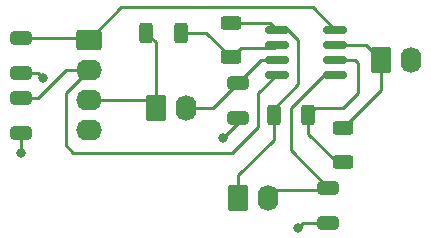
<source format=gbr>
%TF.GenerationSoftware,KiCad,Pcbnew,(6.0.1-0)*%
%TF.CreationDate,2023-07-04T10:19:10-04:00*%
%TF.ProjectId,Second Order Phase Shifter,5365636f-6e64-4204-9f72-646572205068,rev?*%
%TF.SameCoordinates,Original*%
%TF.FileFunction,Copper,L1,Top*%
%TF.FilePolarity,Positive*%
%FSLAX46Y46*%
G04 Gerber Fmt 4.6, Leading zero omitted, Abs format (unit mm)*
G04 Created by KiCad (PCBNEW (6.0.1-0)) date 2023-07-04 10:19:10*
%MOMM*%
%LPD*%
G01*
G04 APERTURE LIST*
G04 Aperture macros list*
%AMRoundRect*
0 Rectangle with rounded corners*
0 $1 Rounding radius*
0 $2 $3 $4 $5 $6 $7 $8 $9 X,Y pos of 4 corners*
0 Add a 4 corners polygon primitive as box body*
4,1,4,$2,$3,$4,$5,$6,$7,$8,$9,$2,$3,0*
0 Add four circle primitives for the rounded corners*
1,1,$1+$1,$2,$3*
1,1,$1+$1,$4,$5*
1,1,$1+$1,$6,$7*
1,1,$1+$1,$8,$9*
0 Add four rect primitives between the rounded corners*
20,1,$1+$1,$2,$3,$4,$5,0*
20,1,$1+$1,$4,$5,$6,$7,0*
20,1,$1+$1,$6,$7,$8,$9,0*
20,1,$1+$1,$8,$9,$2,$3,0*%
G04 Aperture macros list end*
%TA.AperFunction,ComponentPad*%
%ADD10O,2.190000X1.740000*%
%TD*%
%TA.AperFunction,ComponentPad*%
%ADD11RoundRect,0.250000X-0.845000X0.620000X-0.845000X-0.620000X0.845000X-0.620000X0.845000X0.620000X0*%
%TD*%
%TA.AperFunction,ComponentPad*%
%ADD12RoundRect,0.250000X-0.620000X-0.845000X0.620000X-0.845000X0.620000X0.845000X-0.620000X0.845000X0*%
%TD*%
%TA.AperFunction,ComponentPad*%
%ADD13O,1.740000X2.190000*%
%TD*%
%TA.AperFunction,SMDPad,CuDef*%
%ADD14RoundRect,0.150000X-0.825000X-0.150000X0.825000X-0.150000X0.825000X0.150000X-0.825000X0.150000X0*%
%TD*%
%TA.AperFunction,SMDPad,CuDef*%
%ADD15RoundRect,0.250000X0.625000X-0.312500X0.625000X0.312500X-0.625000X0.312500X-0.625000X-0.312500X0*%
%TD*%
%TA.AperFunction,SMDPad,CuDef*%
%ADD16RoundRect,0.250000X-0.312500X-0.625000X0.312500X-0.625000X0.312500X0.625000X-0.312500X0.625000X0*%
%TD*%
%TA.AperFunction,SMDPad,CuDef*%
%ADD17RoundRect,0.250000X0.650000X-0.325000X0.650000X0.325000X-0.650000X0.325000X-0.650000X-0.325000X0*%
%TD*%
%TA.AperFunction,SMDPad,CuDef*%
%ADD18RoundRect,0.250000X-0.650000X0.325000X-0.650000X-0.325000X0.650000X-0.325000X0.650000X0.325000X0*%
%TD*%
%TA.AperFunction,ViaPad*%
%ADD19C,0.800000*%
%TD*%
%TA.AperFunction,Conductor*%
%ADD20C,0.250000*%
%TD*%
G04 APERTURE END LIST*
D10*
%TO.P,J1,4,Pin_4*%
%TO.N,GND*%
X128925000Y-113030000D03*
%TO.P,J1,3,Pin_3*%
%TO.N,/In*%
X128925000Y-110490000D03*
%TO.P,J1,2,Pin_2*%
%TO.N,-15V*%
X128925000Y-107950000D03*
D11*
%TO.P,J1,1,Pin_1*%
%TO.N,+15V*%
X128925000Y-105410000D03*
%TD*%
D12*
%TO.P,R3,1*%
%TO.N,/In*%
X134620000Y-111145000D03*
D13*
%TO.P,R3,2*%
%TO.N,Net-(R3-Pad2)*%
X137160000Y-111145000D03*
%TD*%
D14*
%TO.P,U1,1*%
%TO.N,/AOut*%
X144845000Y-104521000D03*
%TO.P,U1,2,-*%
%TO.N,Net-(R1-Pad2)*%
X144845000Y-105791000D03*
%TO.P,U1,3,+*%
%TO.N,Net-(R3-Pad2)*%
X144845000Y-107061000D03*
%TO.P,U1,4,V-*%
%TO.N,-15V*%
X144845000Y-108331000D03*
%TO.P,U1,5,+*%
%TO.N,Net-(R6-Pad2)*%
X149795000Y-108331000D03*
%TO.P,U1,6,-*%
%TO.N,Net-(R4-Pad2)*%
X149795000Y-107061000D03*
%TO.P,U1,7*%
%TO.N,/Out*%
X149795000Y-105791000D03*
%TO.P,U1,8,V+*%
%TO.N,+15V*%
X149795000Y-104521000D03*
%TD*%
D13*
%TO.P,R6,2*%
%TO.N,Net-(R6-Pad2)*%
X144145000Y-118765000D03*
D12*
%TO.P,R6,1*%
%TO.N,/AOut*%
X141605000Y-118765000D03*
%TD*%
D15*
%TO.P,R5,2*%
%TO.N,/Out*%
X150495000Y-112837500D03*
%TO.P,R5,1*%
%TO.N,Net-(R4-Pad2)*%
X150495000Y-115762500D03*
%TD*%
D16*
%TO.P,R4,2*%
%TO.N,Net-(R4-Pad2)*%
X147512500Y-111760000D03*
%TO.P,R4,1*%
%TO.N,/AOut*%
X144587500Y-111760000D03*
%TD*%
D15*
%TO.P,R2,1*%
%TO.N,Net-(R1-Pad2)*%
X140970000Y-106872500D03*
%TO.P,R2,2*%
%TO.N,/AOut*%
X140970000Y-103947500D03*
%TD*%
D16*
%TO.P,R1,2*%
%TO.N,Net-(R1-Pad2)*%
X136717500Y-104775000D03*
%TO.P,R1,1*%
%TO.N,/In*%
X133792500Y-104775000D03*
%TD*%
D13*
%TO.P,J2,2,Pin_2*%
%TO.N,GND*%
X156210000Y-107081000D03*
D12*
%TO.P,J2,1,Pin_1*%
%TO.N,/Out*%
X153670000Y-107081000D03*
%TD*%
D17*
%TO.P,C4,2*%
%TO.N,Net-(R6-Pad2)*%
X149225000Y-117905000D03*
%TO.P,C4,1*%
%TO.N,GND*%
X149225000Y-120855000D03*
%TD*%
%TO.P,C3,2*%
%TO.N,Net-(R3-Pad2)*%
X141605000Y-109015000D03*
%TO.P,C3,1*%
%TO.N,GND*%
X141605000Y-111965000D03*
%TD*%
D18*
%TO.P,C2,2*%
%TO.N,GND*%
X123190000Y-113235000D03*
%TO.P,C2,1*%
%TO.N,-15V*%
X123190000Y-110285000D03*
%TD*%
%TO.P,C1,1*%
%TO.N,+15V*%
X123190000Y-105205000D03*
%TO.P,C1,2*%
%TO.N,GND*%
X123190000Y-108155000D03*
%TD*%
D19*
%TO.N,GND*%
X146685000Y-121285000D03*
X140335000Y-113665000D03*
X123190000Y-114935000D03*
X125095000Y-108585000D03*
%TD*%
D20*
%TO.N,+15V*%
X128925000Y-105390000D02*
X131699000Y-102616000D01*
X131699000Y-102616000D02*
X147890000Y-102616000D01*
X147890000Y-102616000D02*
X149795000Y-104521000D01*
%TO.N,/AOut*%
X140970000Y-103947500D02*
X144271500Y-103947500D01*
%TO.N,Net-(R1-Pad2)*%
X140970000Y-106872500D02*
X141797500Y-106045000D01*
X141797500Y-106045000D02*
X144591000Y-106045000D01*
X144591000Y-106045000D02*
X144845000Y-105791000D01*
X136717500Y-104775000D02*
X138872500Y-104775000D01*
%TO.N,/AOut*%
X144271500Y-103947500D02*
X144845000Y-104521000D01*
%TO.N,Net-(R1-Pad2)*%
X138872500Y-104775000D02*
X140970000Y-106872500D01*
%TO.N,-15V*%
X128925000Y-107950000D02*
X127000000Y-109875000D01*
X127000000Y-109875000D02*
X127000000Y-114300000D01*
X127000000Y-114300000D02*
X127635000Y-114935000D01*
X141097000Y-114935000D02*
X143256000Y-112776000D01*
X127635000Y-114935000D02*
X141097000Y-114935000D01*
X143256000Y-112776000D02*
X143256000Y-109920000D01*
X143256000Y-109920000D02*
X144845000Y-108331000D01*
%TO.N,GND*%
X147115000Y-120855000D02*
X146685000Y-121285000D01*
X149225000Y-120855000D02*
X147115000Y-120855000D01*
X141605000Y-112395000D02*
X140335000Y-113665000D01*
X123190000Y-113235000D02*
X123190000Y-114935000D01*
X124665000Y-108155000D02*
X125095000Y-108585000D01*
X123190000Y-108155000D02*
X124665000Y-108155000D01*
%TO.N,+15V*%
X123190000Y-105205000D02*
X128720000Y-105205000D01*
%TO.N,-15V*%
X123190000Y-110285000D02*
X124665000Y-110285000D01*
X124665000Y-110285000D02*
X127000000Y-107950000D01*
X127000000Y-107950000D02*
X128925000Y-107950000D01*
%TO.N,/In*%
X128925000Y-110490000D02*
X133965000Y-110490000D01*
%TO.N,Net-(R6-Pad2)*%
X149225000Y-117905000D02*
X146050000Y-114730000D01*
X146050000Y-111125000D02*
X148844000Y-108331000D01*
X146050000Y-114730000D02*
X146050000Y-111125000D01*
X148844000Y-108331000D02*
X149795000Y-108331000D01*
%TO.N,/AOut*%
X144845000Y-104521000D02*
X145826036Y-104521000D01*
X145826036Y-104521000D02*
X146685000Y-105379964D01*
X146685000Y-105379964D02*
X146685000Y-109123750D01*
X146685000Y-109123750D02*
X144587500Y-111221250D01*
%TO.N,Net-(R4-Pad2)*%
X149795000Y-107061000D02*
X151511000Y-107061000D01*
X151511000Y-107061000D02*
X151765000Y-107315000D01*
X148147500Y-111125000D02*
X147512500Y-111760000D01*
X151765000Y-107315000D02*
X151765000Y-109855000D01*
X151765000Y-109855000D02*
X150495000Y-111125000D01*
X150495000Y-111125000D02*
X148147500Y-111125000D01*
%TO.N,/Out*%
X150495000Y-112837500D02*
X153670000Y-109662500D01*
X153670000Y-109662500D02*
X153670000Y-107081000D01*
X149795000Y-105791000D02*
X152380000Y-105791000D01*
X152380000Y-105791000D02*
X153670000Y-107081000D01*
%TO.N,Net-(R4-Pad2)*%
X147512500Y-111760000D02*
X147512500Y-113318750D01*
X147512500Y-113318750D02*
X149956250Y-115762500D01*
%TO.N,Net-(R6-Pad2)*%
X144145000Y-118765000D02*
X144800000Y-118110000D01*
X144800000Y-118110000D02*
X149020000Y-118110000D01*
%TO.N,/AOut*%
X144587500Y-111760000D02*
X144587500Y-113857500D01*
X144587500Y-113857500D02*
X141605000Y-116840000D01*
X141605000Y-116840000D02*
X141605000Y-118765000D01*
%TO.N,Net-(R3-Pad2)*%
X141605000Y-109015000D02*
X143559000Y-107061000D01*
X143559000Y-107061000D02*
X144845000Y-107061000D01*
X137160000Y-111145000D02*
X139475000Y-111145000D01*
X139475000Y-111145000D02*
X141605000Y-109015000D01*
%TO.N,/In*%
X133792500Y-104775000D02*
X134620000Y-105602500D01*
X134620000Y-105602500D02*
X134620000Y-111145000D01*
%TD*%
M02*

</source>
